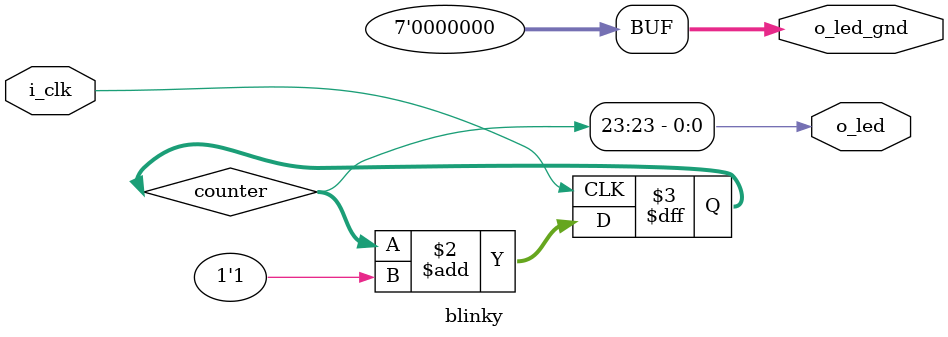
<source format=sv>
module blinky(
					i_clk,			//12MHz clock
					o_led,			//Blinking LED
					o_led_gnd		//LEDs off
				 );
// IO declarations
input wire i_clk;					//Input from external OSC
output wire o_led;				//Output LED
output wire [6:0] o_led_gnd;	//Output LEDs
// reg/wires
reg [23:0] counter;				//Counter
//structural coding
always @(posedge i_clk)
	counter <= counter + 1'b1;	//
assign o_led = counter[23];	//
assign o_led_gnd = 0;			//Turn LEDs off
//
endmodule	
</source>
